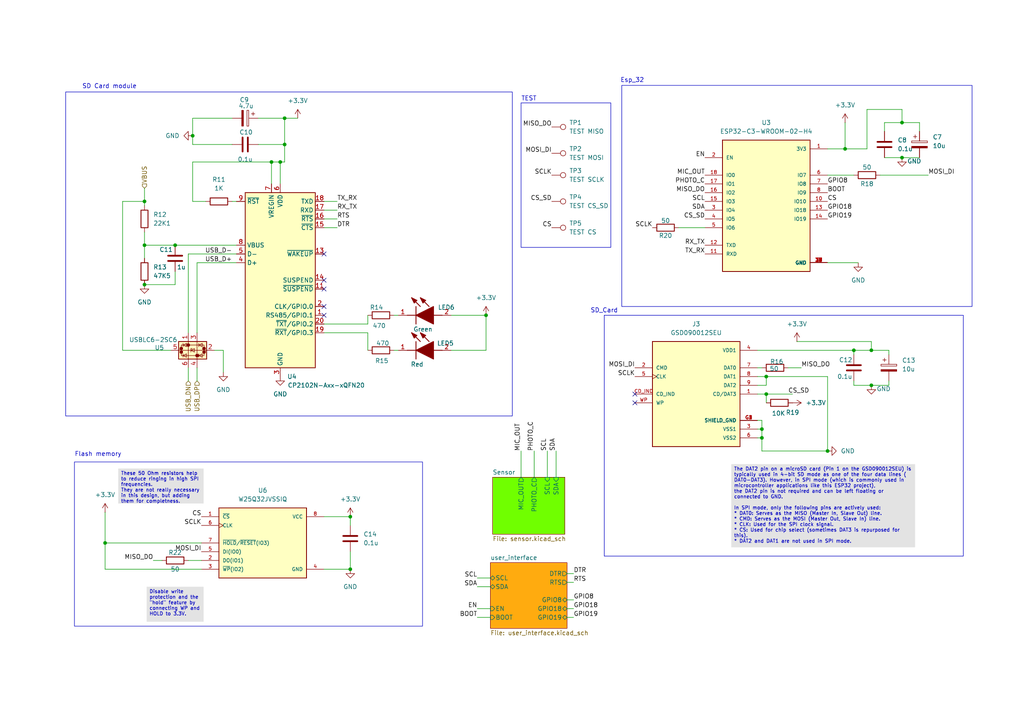
<source format=kicad_sch>
(kicad_sch (version 20250114) (generator "eeschema") (generator_version "9.0")
  (paper "A4")
  (title_block (title "ESP_32") (date "2025-09-20"))
  (lib_symbols
    (symbol "Connector:TestPoint" (pin_numbers (hide yes)) (pin_names (offset 0.762) (hide yes))
      (property "Reference" "TP" (at 0 6.858 0))
      (property "Value" "TestPoint" (at 0 5.08 0))
      (symbol "TestPoint_0_1"
        (circle (center 0 3.302) (radius 0.762))
      )
      (symbol "TestPoint_1_1"
        (pin passive line (at 0 0 90) (length 2.54) (name "1") (number "1"))
      )
    )
    (symbol "Device:C" (pin_numbers (hide yes)) (pin_names (offset 0.254))
      (property "Reference" "C" (at 0.635 2.54 0))
      (property "Value" "C" (at 0.635 -2.54 0))
      (symbol "C_0_1"
        (polyline (pts (xy -2.032 0.762) (xy 2.032 0.762)) (stroke (width 0.508)))
        (polyline (pts (xy -2.032 -0.762) (xy 2.032 -0.762)) (stroke (width 0.508)))
      )
      (symbol "C_1_1"
        (pin passive line (at 0 3.81 270) (length 2.794) (name "~") (number "1"))
        (pin passive line (at 0 -3.81 90) (length 2.794) (name "~") (number "2"))
      )
    )
    (symbol "Device:C_Polarized" (pin_numbers (hide yes)) (pin_names (offset 0.254))
      (property "Reference" "C" (at 0.635 2.54 0))
      (property "Value" "C_Polarized" (at 0.635 -2.54 0))
      (symbol "C_Polarized_0_1"
        (rectangle (start -2.286 0.508) (end 2.286 1.016))
        (polyline (pts (xy -1.778 2.286) (xy -0.762 2.286)))
        (polyline (pts (xy -1.27 2.794) (xy -1.27 1.778)))
        (rectangle (start 2.286 -0.508) (end -2.286 -1.016) (fill (type outline)))
      )
      (symbol "C_Polarized_1_1"
        (pin passive line (at 0 3.81 270) (length 2.794) (name "~") (number "1"))
        (pin passive line (at 0 -3.81 90) (length 2.794) (name "~") (number "2"))
      )
    )
    (symbol "Device:R" (pin_numbers (hide yes)) (pin_names (offset 0))
      (property "Reference" "R" (at 2.032 0 90))
      (property "Value" "R" (at 0 0 90))
      (symbol "R_0_1"
        (rectangle (start -1.016 -2.54) (end 1.016 2.54) (stroke (width 0.254)))
      )
      (symbol "R_1_1"
        (pin passive line (at 0 3.81 270) (length 1.27) (name "~") (number "1"))
        (pin passive line (at 0 -3.81 90) (length 1.27) (name "~") (number "2"))
      )
    )
    (symbol "ESP32-C3-WROOM-02-H4:ESP32-C3-WROOM-02-H4" (pin_names (offset 1.016))
      (property "Reference" "U" (at -12.7 21.082 0))
      (property "Value" "ESP32-C3-WROOM-02-H4" (at -12.7 -18.542 0))
      (symbol "ESP32-C3-WROOM-02-H4_0_0"
        (rectangle (start -12.7 -17.78) (end 12.7 20.32) (stroke (width 0.254)) (fill (type background)))
        (pin input line (at -17.78 15.24 0) (length 5.08) (name "EN") (number "2"))
        (pin bidirectional line (at -17.78 10.16 0) (length 5.08) (name "IO0") (number "18"))
        (pin bidirectional line (at -17.78 7.62 0) (length 5.08) (name "IO1") (number "17"))
        (pin bidirectional line (at -17.78 5.08 0) (length 5.08) (name "IO2") (number "16"))
        (pin bidirectional line (at -17.78 2.54 0) (length 5.08) (name "IO3") (number "15"))
        (pin bidirectional line (at -17.78 0 0) (length 5.08) (name "IO4") (number "3"))
        (pin bidirectional line (at -17.78 -2.54 0) (length 5.08) (name "IO5") (number "4"))
        (pin bidirectional line (at -17.78 -5.08 0) (length 5.08) (name "IO6") (number "5"))
        (pin bidirectional line (at -17.78 -10.16 0) (length 5.08) (name "TXD") (number "12"))
        (pin bidirectional line (at -17.78 -12.7 0) (length 5.08) (name "RXD") (number "11"))
        (pin power_in line (at 17.78 17.78 180) (length 5.08) (name "3V3") (number "1"))
        (pin bidirectional line (at 17.78 10.16 180) (length 5.08) (name "IO7") (number "6"))
        (pin bidirectional line (at 17.78 7.62 180) (length 5.08) (name "IO8") (number "7"))
        (pin bidirectional line (at 17.78 5.08 180) (length 5.08) (name "IO9") (number "8"))
        (pin bidirectional line (at 17.78 2.54 180) (length 5.08) (name "IO10") (number "10"))
        (pin bidirectional line (at 17.78 0 180) (length 5.08) (name "IO18") (number "13"))
        (pin bidirectional line (at 17.78 -2.54 180) (length 5.08) (name "IO19") (number "14"))
        (pin power_in line (at 17.78 -15.24 180) (length 5.08) (name "GND") (number "19"))
        (pin power_in line (at 17.78 -15.24 180) (length 5.08) (name "GND") (number "20"))
        (pin power_in line (at 17.78 -15.24 180) (length 5.08) (name "GND") (number "21"))
        (pin power_in line (at 17.78 -15.24 180) (length 5.08) (name "GND") (number "22"))
        (pin power_in line (at 17.78 -15.24 180) (length 5.08) (name "GND") (number "23"))
        (pin power_in line (at 17.78 -15.24 180) (length 5.08) (name "GND") (number "24"))
        (pin power_in line (at 17.78 -15.24 180) (length 5.08) (name "GND") (number "25"))
        (pin power_in line (at 17.78 -15.24 180) (length 5.08) (name "GND") (number "26"))
        (pin power_in line (at 17.78 -15.24 180) (length 5.08) (name "GND") (number "27"))
        (pin power_in line (at 17.78 -15.24 180) (length 5.08) (name "GND") (number "28"))
        (pin power_in line (at 17.78 -15.24 180) (length 5.08) (name "GND") (number "29"))
        (pin power_in line (at 17.78 -15.24 180) (length 5.08) (name "GND") (number "30"))
        (pin power_in line (at 17.78 -15.24 180) (length 5.08) (name "GND") (number "31"))
        (pin power_in line (at 17.78 -15.24 180) (length 5.08) (name "GND") (number "32"))
        (pin power_in line (at 17.78 -15.24 180) (length 5.08) (name "GND") (number "33"))
        (pin power_in line (at 17.78 -15.24 180) (length 5.08) (name "GND") (number "34"))
        (pin power_in line (at 17.78 -15.24 180) (length 5.08) (name "GND") (number "35"))
        (pin power_in line (at 17.78 -15.24 180) (length 5.08) (name "GND") (number "36"))
        (pin power_in line (at 17.78 -15.24 180) (length 5.08) (name "GND") (number "37"))
        (pin power_in line (at 17.78 -15.24 180) (length 5.08) (name "GND") (number "38"))
        (pin power_in line (at 17.78 -15.24 180) (length 5.08) (name "GND") (number "39"))
        (pin power_in line (at 17.78 -15.24 180) (length 5.08) (name "GND") (number "9"))
      )
    )
    (symbol "GSD090012SEU:GSD090012SEU" (pin_names (offset 1.016))
      (property "Reference" "J" (at -12.7 16.002 0))
      (property "Value" "GSD090012SEU" (at -12.7 -17.78 0))
      (symbol "GSD090012SEU_0_0"
        (rectangle (start -12.7 -15.24) (end 12.7 15.24) (stroke (width 0.254)) (fill (type background)))
        (pin bidirectional line (at -17.78 7.62 0) (length 5.08) (name "CMD") (number "2"))
        (pin bidirectional clock (at -17.78 5.08 0) (length 5.08) (name "CLK") (number "5"))
        (pin passive line (at -17.78 0 0) (length 5.08) (name "CD_IND") (number "CD_IND"))
        (pin passive line (at -17.78 -2.54 0) (length 5.08) (name "WP") (number "WP"))
        (pin power_in line (at 17.78 12.7 180) (length 5.08) (name "VDD1") (number "4"))
        (pin bidirectional line (at 17.78 7.62 180) (length 5.08) (name "DAT0") (number "7"))
        (pin bidirectional line (at 17.78 5.08 180) (length 5.08) (name "DAT1") (number "8"))
        (pin bidirectional line (at 17.78 2.54 180) (length 5.08) (name "DAT2") (number "9"))
        (pin bidirectional line (at 17.78 0 180) (length 5.08) (name "CD/DAT3") (number "1"))
        (pin power_in line (at 17.78 -7.62 180) (length 5.08) (name "SHIELD_GND") (number "G1"))
        (pin power_in line (at 17.78 -7.62 180) (length 5.08) (name "SHIELD_GND") (number "G2"))
        (pin power_in line (at 17.78 -7.62 180) (length 5.08) (name "SHIELD_GND") (number "G3"))
        (pin power_in line (at 17.78 -7.62 180) (length 5.08) (name "SHIELD_GND") (number "G4"))
        (pin power_in line (at 17.78 -10.16 180) (length 5.08) (name "VSS1") (number "3"))
        (pin power_in line (at 17.78 -12.7 180) (length 5.08) (name "VSS2") (number "6"))
      )
    )
    (symbol "Interface_USB:CP2102N-Axx-xQFN20"
      (property "Reference" "U" (at -8.89 26.67 0))
      (property "Value" "CP2102N-Axx-xQFN20" (at 12.7 26.67 0))
      (symbol "CP2102N-Axx-xQFN20_0_1"
        (rectangle (start -10.16 25.4) (end 10.16 -25.4) (stroke (width 0.254)) (fill (type background)))
      )
      (symbol "CP2102N-Axx-xQFN20_1_1"
        (pin input line (at -12.7 22.86 0) (length 2.54) (name "~{RST}") (number "9"))
        (pin input line (at -12.7 10.16 0) (length 2.54) (name "VBUS") (number "8"))
        (pin bidirectional line (at -12.7 7.62 0) (length 2.54) (name "D-") (number "5"))
        (pin bidirectional line (at -12.7 5.08 0) (length 2.54) (name "D+") (number "4"))
        (pin no_connect line (at -10.16 -22.86 0) (length 2.54) (hide yes) (name "NC") (number "10"))
        (pin power_in line (at -2.54 27.94 270) (length 2.54) (name "VREGIN") (number "7"))
        (pin power_in line (at 0 27.94 270) (length 2.54) (name "VDD") (number "6"))
        (pin passive line (at 0 -27.94 90) (length 2.54) (hide yes) (name "GND") (number "12"))
        (pin passive line (at 0 -27.94 90) (length 2.54) (hide yes) (name "GND") (number "21"))
        (pin power_in line (at 0 -27.94 90) (length 2.54) (name "GND") (number "3"))
        (pin output line (at 12.7 22.86 180) (length 2.54) (name "TXD") (number "18"))
        (pin input line (at 12.7 20.32 180) (length 2.54) (name "RXD") (number "17"))
        (pin output line (at 12.7 17.78 180) (length 2.54) (name "~{RTS}") (number "16"))
        (pin input line (at 12.7 15.24 180) (length 2.54) (name "~{CTS}") (number "15"))
        (pin input line (at 12.7 7.62 180) (length 2.54) (name "~{WAKEUP}") (number "13"))
        (pin output line (at 12.7 0 180) (length 2.54) (name "SUSPEND") (number "14"))
        (pin output line (at 12.7 -2.54 180) (length 2.54) (name "~{SUSPEND}") (number "11"))
        (pin bidirectional line (at 12.7 -7.62 180) (length 2.54) (name "CLK/GPIO.0") (number "2"))
        (pin bidirectional line (at 12.7 -10.16 180) (length 2.54) (name "RS485/GPIO.1") (number "1"))
        (pin bidirectional line (at 12.7 -12.7 180) (length 2.54) (name "~{TXT}/GPIO.2") (number "20"))
        (pin bidirectional line (at 12.7 -15.24 180) (length 2.54) (name "~{RXT}/GPIO.3") (number "19"))
      )
    )
    (symbol "LTST-C170GKT:LTST-C170GKT" (pin_names (hide yes))
      (property "Reference" "LED" (at 12.7 8.89 0))
      (property "Value" "LTST-C170GKT" (at 12.7 6.35 0))
      (symbol "LTST-C170GKT_1_1"
        (polyline (pts (xy 2.54 0) (xy 5.08 0)) (stroke (width 0.254)))
        (polyline (pts (xy 5.08 2.54) (xy 5.08 -2.54)) (stroke (width 0.254)))
        (polyline (pts (xy 5.08 0) (xy 10.16 2.54) (xy 10.16 -2.54) (xy 5.08 0)) (stroke (width 0.254)) (fill (type outline)))
        (polyline (pts (xy 5.334 4.318) (xy 4.572 3.556) (xy 3.81 5.08) (xy 5.334 4.318)) (stroke (width 0.254)) (fill (type outline)))
        (polyline (pts (xy 6.35 2.54) (xy 3.81 5.08)) (stroke (width 0.254)))
        (polyline (pts (xy 7.874 4.318) (xy 7.112 3.556) (xy 6.35 5.08) (xy 7.874 4.318)) (stroke (width 0.254)) (fill (type outline)))
        (polyline (pts (xy 8.89 2.54) (xy 6.35 5.08)) (stroke (width 0.254)))
        (polyline (pts (xy 10.16 0) (xy 12.7 0)) (stroke (width 0.254)))
        (pin passive line (at 0 0 0) (length 2.54) (name "K") (number "1"))
        (pin passive line (at 15.24 0 180) (length 2.54) (name "A") (number "2"))
      )
    )
    (symbol "LTST-C170KRKT:LTST-C170KRKT" (pin_names (hide yes))
      (property "Reference" "LED" (at 12.7 8.89 0))
      (property "Value" "LTST-C170KRKT" (at 12.7 6.35 0))
      (symbol "LTST-C170KRKT_1_1"
        (polyline (pts (xy 2.54 0) (xy 5.08 0)) (stroke (width 0.254)))
        (polyline (pts (xy 5.08 2.54) (xy 5.08 -2.54)) (stroke (width 0.254)))
        (polyline (pts (xy 5.08 0) (xy 10.16 2.54) (xy 10.16 -2.54) (xy 5.08 0)) (stroke (width 0.254)) (fill (type outline)))
        (polyline (pts (xy 5.334 4.318) (xy 4.572 3.556) (xy 3.81 5.08) (xy 5.334 4.318)) (stroke (width 0.254)) (fill (type outline)))
        (polyline (pts (xy 6.35 2.54) (xy 3.81 5.08)) (stroke (width 0.254)))
        (polyline (pts (xy 7.874 4.318) (xy 7.112 3.556) (xy 6.35 5.08) (xy 7.874 4.318)) (stroke (width 0.254)) (fill (type outline)))
        (polyline (pts (xy 8.89 2.54) (xy 6.35 5.08)) (stroke (width 0.254)))
        (polyline (pts (xy 10.16 0) (xy 12.7 0)) (stroke (width 0.254)))
        (pin passive line (at 0 0 0) (length 2.54) (name "K") (number "1"))
        (pin passive line (at 15.24 0 180) (length 2.54) (name "A") (number "2"))
      )
    )
    (symbol "Power_Protection:USBLC6-2SC6" (pin_names (hide yes))
      (property "Reference" "U" (at 0.635 5.715 0))
      (property "Value" "USBLC6-2SC6" (at 0.635 3.81 0))
      (symbol "USBLC6-2SC6_0_0"
        (circle (center -1.524 0) (radius 0.0001) (stroke (width 0.508)))
        (circle (center -0.508 2.032) (radius 0.0001) (stroke (width 0.508)))
        (circle (center -0.508 -4.572) (radius 0.0001) (stroke (width 0.508)))
        (circle (center 0.508 2.032) (radius 0.0001) (stroke (width 0.508)))
        (circle (center 0.508 -4.572) (radius 0.0001) (stroke (width 0.508)))
        (circle (center 1.524 -2.54) (radius 0.0001) (stroke (width 0.508)))
      )
      (symbol "USBLC6-2SC6_0_1"
        (polyline (pts (xy -2.54 0) (xy 2.54 0)))
        (polyline (pts (xy -2.54 -2.54) (xy 2.54 -2.54)))
        (polyline (pts (xy -2.032 0.508) (xy -1.016 0.508) (xy -1.524 1.524) (xy -2.032 0.508)))
        (polyline (pts (xy -2.032 -3.048) (xy -1.016 -3.048)))
        (polyline (pts (xy -1.016 1.524) (xy -2.032 1.524)))
        (polyline (pts (xy -1.016 -4.064) (xy -2.032 -4.064) (xy -1.524 -3.048) (xy -1.016 -4.064)))
        (polyline (pts (xy -0.508 -1.143) (xy -0.508 -0.762) (xy 0.508 -0.762)))
        (polyline (pts (xy 0 2.54) (xy -0.508 2.032) (xy 0.508 2.032) (xy 0 1.524) (xy 0 -4.064) (xy -0.508 -4.572) (xy 0.508 -4.572) (xy 0 -5.08)))
        (polyline (pts (xy 0.508 -1.778) (xy -0.508 -1.778) (xy 0 -0.762) (xy 0.508 -1.778)))
        (polyline (pts (xy 1.016 1.524) (xy 2.032 1.524)))
        (polyline (pts (xy 1.016 -3.048) (xy 2.032 -3.048)))
        (polyline (pts (xy 2.032 0.508) (xy 1.016 0.508) (xy 1.524 1.524) (xy 2.032 0.508)))
        (polyline (pts (xy 2.032 -4.064) (xy 1.016 -4.064) (xy 1.524 -3.048) (xy 2.032 -4.064)))
      )
      (symbol "USBLC6-2SC6_1_1"
        (rectangle (start -2.54 2.794) (end 2.54 -5.334) (stroke (width 0.254)) (fill (type background)))
        (polyline (pts (xy -0.508 2.032) (xy -1.524 2.032) (xy -1.524 -4.572) (xy -0.508 -4.572)))
        (polyline (pts (xy 0.508 -4.572) (xy 1.524 -4.572) (xy 1.524 2.032) (xy 0.508 2.032)))
        (pin passive line (at -5.08 0 0) (length 2.54) (name "I/O1") (number "1"))
        (pin passive line (at -5.08 -2.54 0) (length 2.54) (name "I/O2") (number "3"))
        (pin passive line (at 0 5.08 270) (length 2.54) (name "VBUS") (number "5"))
        (pin passive line (at 0 -7.62 90) (length 2.54) (name "GND") (number "2"))
        (pin passive line (at 5.08 0 180) (length 2.54) (name "I/O1") (number "6"))
        (pin passive line (at 5.08 -2.54 180) (length 2.54) (name "I/O2") (number "4"))
      )
    )
    (symbol "W25Q32JVSSIQ:W25Q32JVSSIQ" (pin_names (offset 1.016))
      (property "Reference" "U" (at -12.4723 10.945 0))
      (property "Value" "W25Q32JVSSIQ" (at -12.4744 -12.2198 0))
      (symbol "W25Q32JVSSIQ_0_0"
        (rectangle (start -12.7 -10.16) (end 12.7 10.16) (stroke (width 0.254)) (fill (type background)))
        (pin input line (at -17.78 7.62 0) (length 5.08) (name "~{CS}") (number "1"))
        (pin input clock (at -17.78 5.08 0) (length 5.08) (name "CLK") (number "6"))
        (pin bidirectional line (at -17.78 0 0) (length 5.08) (name "~{HOLD}/~{RESET}(IO3)") (number "7"))
        (pin bidirectional line (at -17.78 -2.54 0) (length 5.08) (name "DI(IO0)") (number "5"))
        (pin bidirectional line (at -17.78 -5.08 0) (length 5.08) (name "DO(IO1)") (number "2"))
        (pin bidirectional line (at -17.78 -7.62 0) (length 5.08) (name "~{WP}(IO2)") (number "3"))
        (pin power_in line (at 17.78 7.62 180) (length 5.08) (name "VCC") (number "8"))
        (pin power_in line (at 17.78 -7.62 180) (length 5.08) (name "GND") (number "4"))
      )
    )
    (symbol "power:+3.3V" (power) (pin_numbers (hide yes)) (pin_names (offset 0) (hide yes))
      (property "Value" "+3.3V" (at 0 3.556 0))
      (symbol "+3.3V_0_1"
        (polyline (pts (xy -0.762 1.27) (xy 0 2.54)))
        (polyline (pts (xy 0 2.54) (xy 0.762 1.27)))
        (polyline (pts (xy 0 0) (xy 0 2.54)))
      )
      (symbol "+3.3V_1_1"
        (pin power_in line (at 0 0 90) (length 0) (name "~") (number "1"))
      )
    )
    (symbol "power:GND" (power) (pin_numbers (hide yes)) (pin_names (offset 0) (hide yes))
      (property "Value" "GND" (at 0 -3.81 0))
      (symbol "GND_0_1"
        (polyline (pts (xy 0 0) (xy 0 -1.27) (xy 1.27 -1.27) (xy 0 -2.54) (xy -1.27 -1.27) (xy 0 -1.27)))
      )
      (symbol "GND_1_1"
        (pin power_in line (at 0 0 270) (length 0) (name "~") (number "1"))
      )
    )
  )
  (rectangle (start 151.13 29.845) (end 177.165 71.755))
  (rectangle (start 19.05 26.67) (end 148.59 120.65))
  (rectangle (start 175.26 91.44) (end 279.4 161.29))
  (rectangle (start 21.59 133.985) (end 122.555 181.61))
  (rectangle (start 180.34 24.765) (end 281.94 88.9))
  (text "SD Card module" (at 31.75 25.146 0) (effects (font (size 1.27 1.27))))
  (text "SD_Card" (at 175.26 90.17 0) (effects (font (size 1.27 1.27))))
  (text "Esp_32" (at 183.388 23.368 0) (effects (font (size 1.27 1.27))))
  (text "TEST" (at 153.416 28.702 0) (effects (font (size 1.27 1.27))))
  (text "Flash memory" (at 28.448 131.826 0) (effects (font (size 1.27 1.27))))
  (text_box "These 50 Ohm resistors help to reduce ringing in high SPI frequencies. \nThey are not really necessary in this design, but adding them for completness." (at 34.29 135.89 0) (size 24.765 10.16) (margins 0.7499 0.7499 0.7499 0.7499) (stroke (width -0.0001)) (fill (type color) (color 194 194 194 0.45)) (effects (font (size 1 1)) (justify left top)))
  (text_box "The DAT2 pin on a microSD card (Pin 1 on the GSD090012SEU) is \ntypically used in 4-bit SD mode as one of the four data lines (\nDAT0-DAT3). However, in SPI mode (which is commonly used in \nmicrocontroller applications like this ESP32 project), \nthe DAT2 pin is not required and can be left floating or \nconnected to GND. \n\nIn SPI mode, only the following pins are actively used:\n* DAT0: Serves as the MISO (Master In, Slave Out) line.\n* CMD: Serves as the MOSI (Master Out, Slave In) line.\n* CLK: Used for the SPI clock signal.\n* CS: Used for chip select (sometimes DAT3 is repurposed for this).\n* DAT2 and DAT1 are not used in SPI mode." (at 212.09 134.62 0) (size 53.34 24.13) (margins 0.7499 0.7499 0.7499 0.7499) (stroke (width -0.0001)) (fill (type color) (color 194 194 194 0.45)) (effects (font (size 1 1)) (justify left top)))
  (text_box "Disable write protection and the \"hold\" feature by connecting WP and HOLD to 3.3V." (at 42.545 170.18 0) (size 16.51 10.16) (margins 0.7499 0.7499 0.7499 0.7499) (stroke (width -0.0001)) (fill (type color) (color 194 194 194 0.45)) (effects (font (size 1 1)) (justify left top)))
  (junction (at 240.03 130.81))
  (junction (at 41.91 58.42))
  (junction (at 50.8 71.12))
  (junction (at 55.88 39.37))
  (junction (at 78.74 46.99))
  (junction (at 140.97 91.44))
  (junction (at 41.91 82.55))
  (junction (at 252.73 101.6))
  (junction (at 30.48 157.48))
  (junction (at 101.6 149.86))
  (junction (at 220.98 127))
  (junction (at 82.55 34.29))
  (junction (at 222.25 109.22))
  (junction (at 81.28 46.99))
  (junction (at 220.98 124.46))
  (junction (at 247.65 101.6))
  (junction (at 261.62 45.72))
  (junction (at 222.25 114.3))
  (junction (at 82.55 41.91))
  (junction (at 101.6 165.1))
  (junction (at 245.11 43.18))
  (junction (at 41.91 71.12))
  (junction (at 261.62 35.56))
  (junction (at 252.73 111.76))
  (no_connect (at 93.98 91.44))
  (no_connect (at 184.15 114.3))
  (no_connect (at 93.98 73.66))
  (no_connect (at 93.98 83.82))
  (no_connect (at 93.98 81.28))
  (no_connect (at 184.15 116.84))
  (no_connect (at 93.98 88.9))
  (wire (pts (xy 219.71 101.6) (xy 247.65 101.6)))
  (wire (pts (xy 142.24 179.07) (xy 138.43 179.07)))
  (wire (pts (xy 106.68 91.44) (xy 106.68 93.98)))
  (wire (pts (xy 41.91 67.31) (xy 41.91 71.12)))
  (wire (pts (xy 261.62 45.72) (xy 266.7 45.72)))
  (wire (pts (xy 93.98 60.96) (xy 97.79 60.96)))
  (wire (pts (xy 252.73 101.6) (xy 257.81 101.6)))
  (wire (pts (xy 81.28 46.99) (xy 82.55 46.99)))
  (wire (pts (xy 114.3 91.44) (xy 115.57 91.44)))
  (wire (pts (xy 50.8 78.74) (xy 50.8 82.55)))
  (wire (pts (xy 164.465 166.37) (xy 166.37 166.37)))
  (wire (pts (xy 93.98 63.5) (xy 97.79 63.5)))
  (wire (pts (xy 161.29 138.43) (xy 161.29 130.81)))
  (wire (pts (xy 78.74 46.99) (xy 78.74 53.34)))
  (wire (pts (xy 247.65 101.6) (xy 247.65 102.87)))
  (wire (pts (xy 220.98 127) (xy 220.98 130.81)))
  (wire (pts (xy 266.7 38.1) (xy 266.7 35.56)))
  (wire (pts (xy 55.88 39.37) (xy 55.88 41.91)))
  (wire (pts (xy 93.98 96.52) (xy 106.68 96.52)))
  (wire (pts (xy 158.75 138.43) (xy 158.75 130.81)))
  (wire (pts (xy 151.13 138.43) (xy 151.13 130.81)))
  (wire (pts (xy 138.43 170.18) (xy 142.24 170.18)))
  (wire (pts (xy 220.98 121.92) (xy 220.98 124.46)))
  (wire (pts (xy 35.56 58.42) (xy 41.91 58.42)))
  (wire (pts (xy 219.71 124.46) (xy 220.98 124.46)))
  (wire (pts (xy 130.81 101.6) (xy 140.97 101.6)))
  (wire (pts (xy 44.45 162.56) (xy 46.99 162.56)))
  (wire (pts (xy 82.55 34.29) (xy 86.36 34.29)))
  (wire (pts (xy 222.25 114.3) (xy 222.25 116.84)))
  (wire (pts (xy 247.65 111.76) (xy 247.65 110.49)))
  (wire (pts (xy 101.6 149.86) (xy 101.6 152.4)))
  (wire (pts (xy 93.98 149.86) (xy 101.6 149.86)))
  (wire (pts (xy 93.98 93.98) (xy 106.68 93.98)))
  (wire (pts (xy 256.54 38.1) (xy 256.54 35.56)))
  (wire (pts (xy 219.71 109.22) (xy 222.25 109.22)))
  (wire (pts (xy 261.62 31.75) (xy 251.46 31.75)))
  (wire (pts (xy 54.61 73.66) (xy 68.58 73.66)))
  (wire (pts (xy 219.71 127) (xy 220.98 127)))
  (wire (pts (xy 57.15 76.2) (xy 68.58 76.2)))
  (wire (pts (xy 67.31 34.29) (xy 55.88 34.29)))
  (wire (pts (xy 154.94 130.81) (xy 154.94 138.43)))
  (wire (pts (xy 50.8 71.12) (xy 41.91 71.12)))
  (wire (pts (xy 245.11 35.56) (xy 245.11 43.18)))
  (wire (pts (xy 261.62 35.56) (xy 266.7 35.56)))
  (wire (pts (xy 220.98 124.46) (xy 220.98 127)))
  (wire (pts (xy 114.3 101.6) (xy 115.57 101.6)))
  (wire (pts (xy 240.03 76.2) (xy 248.92 76.2)))
  (wire (pts (xy 222.25 109.22) (xy 240.03 109.22)))
  (wire (pts (xy 30.48 157.48) (xy 30.48 165.1)))
  (wire (pts (xy 219.71 114.3) (xy 222.25 114.3)))
  (wire (pts (xy 106.68 96.52) (xy 106.68 101.6)))
  (wire (pts (xy 196.85 66.04) (xy 204.47 66.04)))
  (wire (pts (xy 257.81 111.76) (xy 252.73 111.76)))
  (wire (pts (xy 140.97 101.6) (xy 140.97 91.44)))
  (wire (pts (xy 74.93 34.29) (xy 82.55 34.29)))
  (wire (pts (xy 93.98 66.04) (xy 97.79 66.04)))
  (wire (pts (xy 130.81 91.44) (xy 140.97 91.44)))
  (wire (pts (xy 55.88 34.29) (xy 55.88 39.37)))
  (wire (pts (xy 219.71 106.68) (xy 220.98 106.68)))
  (wire (pts (xy 57.15 96.52) (xy 57.15 76.2)))
  (wire (pts (xy 256.54 45.72) (xy 261.62 45.72)))
  (wire (pts (xy 58.42 157.48) (xy 30.48 157.48)))
  (wire (pts (xy 41.91 54.61) (xy 41.91 58.42)))
  (wire (pts (xy 82.55 41.91) (xy 82.55 46.99)))
  (wire (pts (xy 257.81 102.87) (xy 257.81 101.6)))
  (wire (pts (xy 247.65 111.76) (xy 252.73 111.76)))
  (wire (pts (xy 35.56 101.6) (xy 35.56 58.42)))
  (wire (pts (xy 55.88 46.99) (xy 78.74 46.99)))
  (wire (pts (xy 41.91 58.42) (xy 41.91 59.69)))
  (wire (pts (xy 164.465 179.07) (xy 166.37 179.07)))
  (wire (pts (xy 41.91 82.55) (xy 50.8 82.55)))
  (wire (pts (xy 220.98 130.81) (xy 240.03 130.81)))
  (wire (pts (xy 251.46 43.18) (xy 245.11 43.18)))
  (wire (pts (xy 164.465 173.99) (xy 166.37 173.99)))
  (wire (pts (xy 54.61 106.68) (xy 54.61 110.49)))
  (wire (pts (xy 41.91 71.12) (xy 41.91 74.93)))
  (wire (pts (xy 164.465 168.91) (xy 166.37 168.91)))
  (wire (pts (xy 252.73 99.06) (xy 252.73 101.6)))
  (wire (pts (xy 57.15 106.68) (xy 57.15 110.49)))
  (wire (pts (xy 138.43 167.64) (xy 142.24 167.64)))
  (wire (pts (xy 251.46 31.75) (xy 251.46 43.18)))
  (wire (pts (xy 67.31 58.42) (xy 68.58 58.42)))
  (wire (pts (xy 240.03 50.8) (xy 247.65 50.8)))
  (wire (pts (xy 78.74 46.99) (xy 81.28 46.99)))
  (wire (pts (xy 74.93 41.91) (xy 82.55 41.91)))
  (wire (pts (xy 261.62 35.56) (xy 261.62 31.75)))
  (wire (pts (xy 222.25 111.76) (xy 222.25 109.22)))
  (wire (pts (xy 93.98 58.42) (xy 97.79 58.42)))
  (wire (pts (xy 81.28 53.34) (xy 81.28 46.99)))
  (wire (pts (xy 58.42 165.1) (xy 30.48 165.1)))
  (wire (pts (xy 101.6 160.02) (xy 101.6 165.1)))
  (wire (pts (xy 64.77 101.6) (xy 64.77 107.95)))
  (wire (pts (xy 59.69 58.42) (xy 55.88 58.42)))
  (wire (pts (xy 93.98 165.1) (xy 101.6 165.1)))
  (wire (pts (xy 62.23 101.6) (xy 64.77 101.6)))
  (wire (pts (xy 219.71 111.76) (xy 222.25 111.76)))
  (wire (pts (xy 240.03 43.18) (xy 245.11 43.18)))
  (wire (pts (xy 257.81 110.49) (xy 257.81 111.76)))
  (wire (pts (xy 256.54 35.56) (xy 261.62 35.56)))
  (wire (pts (xy 50.8 71.12) (xy 68.58 71.12)))
  (wire (pts (xy 255.27 50.8) (xy 269.24 50.8)))
  (wire (pts (xy 138.43 176.53) (xy 142.24 176.53)))
  (wire (pts (xy 54.61 162.56) (xy 58.42 162.56)))
  (wire (pts (xy 231.14 99.06) (xy 252.73 99.06)))
  (wire (pts (xy 67.31 41.91) (xy 55.88 41.91)))
  (wire (pts (xy 164.465 176.53) (xy 166.37 176.53)))
  (wire (pts (xy 82.55 34.29) (xy 82.55 41.91)))
  (wire (pts (xy 219.71 121.92) (xy 220.98 121.92)))
  (wire (pts (xy 49.53 101.6) (xy 35.56 101.6)))
  (wire (pts (xy 247.65 101.6) (xy 252.73 101.6)))
  (wire (pts (xy 30.48 148.59) (xy 30.48 157.48)))
  (wire (pts (xy 240.03 109.22) (xy 240.03 130.81)))
  (wire (pts (xy 228.6 106.68) (xy 232.41 106.68)))
  (wire (pts (xy 222.25 114.3) (xy 229.87 114.3)))
  (wire (pts (xy 55.88 58.42) (xy 55.88 46.99)))
  (wire (pts (xy 54.61 96.52) (xy 54.61 73.66)))
  (label "MISO_DO" (at 160.02 36.83 180))
  (label "TX_RX" (at 204.47 73.66 180))
  (label "RTS" (at 166.37 168.91 0))
  (label "PHOTO_C" (at 154.94 130.81 90))
  (label "GPIO8" (at 240.03 53.34 0))
  (label "SCLK" (at 184.15 109.22 180))
  (label "GPIO19" (at 240.03 63.5 0))
  (label "SCLK" (at 189.23 66.04 180))
  (label "GPIO18" (at 166.37 176.53 0))
  (label "SCLK" (at 160.02 50.8 180))
  (label "RTS" (at 97.79 63.5 0))
  (label "SCL" (at 158.75 130.81 90))
  (label "MOSI_DI" (at 269.24 50.8 0))
  (label "GPIO19" (at 166.37 179.07 0))
  (label "GPIO18" (at 240.03 60.96 0))
  (label "MISO_DO" (at 232.41 106.68 0))
  (label "USB_D+" (at 67.31 76.2 180))
  (label "RX_TX" (at 204.47 71.12 180))
  (label "CS_SD" (at 204.47 63.5 180))
  (label "BOOT" (at 138.43 179.07 180))
  (label "MIC_OUT" (at 204.47 50.8 180))
  (label "TX_RX" (at 97.79 58.42 0))
  (label "CS" (at 58.42 149.86 180))
  (label "MOSI_DI" (at 184.15 106.68 180))
  (label "EN" (at 204.47 45.72 180))
  (label "PHOTO_C" (at 204.47 53.34 180))
  (label "CS" (at 160.02 66.04 180))
  (label "CS_SD" (at 160.02 58.42 180))
  (label "SCLK" (at 58.42 152.4 180))
  (label "EN" (at 138.43 176.53 180))
  (label "DTR" (at 166.37 166.37 0))
  (label "MISO_DO" (at 204.47 55.88 180))
  (label "SDA" (at 161.29 130.81 90))
  (label "CS" (at 240.03 58.42 0))
  (label "DTR" (at 97.79 66.04 0))
  (label "GPIO8" (at 166.37 173.99 0))
  (label "SDA" (at 204.47 60.96 180))
  (label "MIC_OUT" (at 151.13 130.81 90))
  (label "MOSI_DI" (at 58.42 160.02 180))
  (label "MOSI_DI" (at 160.02 44.45 180))
  (label "SDA" (at 138.43 170.18 180))
  (label "BOOT" (at 240.03 55.88 0))
  (label "SCL" (at 204.47 58.42 180))
  (label "USB_D-" (at 67.31 73.66 180))
  (label "MISO_DO" (at 44.45 162.56 180))
  (label "CS_SD" (at 228.6 114.3 0))
  (label "SCL" (at 138.43 167.64 180))
  (label "RX_TX" (at 97.79 60.96 0))
  (hierarchical_label "VBUS" (shape input) (at 41.91 54.61 90))
  (hierarchical_label "USB_DN" (shape input) (at 54.61 110.49 270))
  (hierarchical_label "USB_DP" (shape input) (at 57.15 110.49 270))
  (symbol (lib_id "power:GND") (at 248.92 76.2 0) (unit 1)
    (property "Reference" "#PWR024" (effects (hide yes)))
    (property "Value" "GND" (at 248.92 81.28 0))
    (property "Description" "Power symbol creates a global label with name \"GND\" , ground" (effects (hide yes)))
  )
  (symbol (lib_id "Connector:TestPoint") (at 160.02 58.42 270) (unit 1)
    (property "Reference" "TP4" (at 165.1 57.1499 90) (effects (justify left)))
    (property "Value" "TEST CS_SD" (at 165.1 59.6899 90) (effects (justify left)))
    (property "Footprint" "TestPoint:TestPoint_Pad_D1.0mm" (effects (hide yes)))
    (property "Description" "test point" (effects (hide yes)))
  )
  (symbol (lib_id "power:GND") (at 240.03 130.81 90) (unit 1)
    (property "Reference" "#PWR029" (effects (hide yes)))
    (property "Value" "GND" (at 243.84 130.8099 90) (effects (justify right)))
    (property "Description" "Power symbol creates a global label with name \"GND\" , ground" (effects (hide yes)))
  )
  (symbol (lib_id "Device:R") (at 110.49 91.44 90) (unit 1)
    (property "Reference" "R14" (at 109.22 89.154 90))
    (property "Value" "470" (at 109.982 94.488 90))
    (property "Footprint" "Resistor_SMD:R_0805_2012Metric" (effects (hide yes)))
    (property "Description" "Resistor" (effects (hide yes)))
  )
  (symbol (lib_id "power:GND") (at 41.91 82.55 0) (unit 1)
    (property "Reference" "#PWR019" (effects (hide yes)))
    (property "Value" "GND" (at 41.91 87.63 0))
    (property "Description" "Power symbol creates a global label with name \"GND\" , ground" (effects (hide yes)))
  )
  (symbol (lib_id "Connector:TestPoint") (at 160.02 44.45 270) (unit 1)
    (property "Reference" "TP2" (at 165.1 43.1799 90) (effects (justify left)))
    (property "Value" "TEST MOSI" (at 165.1 45.7199 90) (effects (justify left)))
    (property "Footprint" "TestPoint:TestPoint_Pad_D1.0mm" (effects (hide yes)))
    (property "Description" "test point" (effects (hide yes)))
  )
  (symbol (lib_id "power:+3.3V") (at 245.11 35.56 0) (unit 1)
    (property "Reference" "#PWR025" (effects (hide yes)))
    (property "Value" "+3.3V" (at 245.11 30.48 0))
    (property "Description" "Power symbol creates a global label with name \"+3.3V\"" (effects (hide yes)))
  )
  (symbol (lib_id "Interface_USB:CP2102N-Axx-xQFN20") (at 81.28 81.28 0) (unit 1)
    (property "Reference" "U4" (at 83.312 109.22 0) (effects (justify left)))
    (property "Value" "CP2102N-Axx-xQFN20" (at 83.4233 111.76 0) (effects (justify left)))
    (property "Footprint" "Package_DFN_QFN:SiliconLabs_QFN-20-1EP_3x3mm_P0.5mm_EP1.8x1.8mm" (effects (hide yes)))
    (property "Datasheet" "https://www.silabs.com/documents/public/data-sheets/cp2102n-datasheet.pdf" (effects (hide yes)))
    (property "Description" "USB to UART master bridge, QFN-20" (effects (hide yes)))
  )
  (symbol (lib_id "Device:C_Polarized") (at 266.7 41.91 0) (unit 1)
    (property "Reference" "C7" (at 270.51 39.7509 0) (effects (justify left)))
    (property "Value" "10u" (at 270.51 42.2909 0) (effects (justify left)))
    (property "Footprint" "Footprints:T491A" (effects (hide yes)))
    (property "Description" "Polarized capacitor" (effects (hide yes)))
  )
  (symbol (lib_id "power:+3.3V") (at 140.97 91.44 0) (unit 1)
    (property "Reference" "#PWR023" (effects (hide yes)))
    (property "Value" "+3.3V" (at 140.97 86.36 0))
    (property "Description" "Power symbol creates a global label with name \"+3.3V\"" (effects (hide yes)))
  )
  (symbol (lib_id "power:GND") (at 81.28 109.22 0) (unit 1)
    (property "Reference" "#PWR056" (effects (hide yes)))
    (property "Value" "GND" (at 81.28 114.3 0))
    (property "Description" "Power symbol creates a global label with name \"GND\" , ground" (effects (hide yes)))
  )
  (symbol (lib_id "Connector:TestPoint") (at 160.02 36.83 270) (unit 1)
    (property "Reference" "TP1" (at 165.1 35.5599 90) (effects (justify left)))
    (property "Value" "TEST MISO" (at 165.1 38.0999 90) (effects (justify left)))
    (property "Footprint" "TestPoint:TestPoint_Pad_D1.0mm" (effects (hide yes)))
    (property "Description" "test point" (effects (hide yes)))
  )
  (symbol (lib_id "power:+3.3V") (at 229.87 116.84 270) (unit 1)
    (property "Reference" "#PWR027" (effects (hide yes)))
    (property "Value" "+3.3V" (at 233.68 116.8399 90) (effects (justify left)))
    (property "Description" "Power symbol creates a global label with name \"+3.3V\"" (effects (hide yes)))
  )
  (symbol (lib_id "Device:C") (at 50.8 74.93 0) (unit 1)
    (property "Reference" "C11" (at 46.228 72.39 0) (effects (justify left)))
    (property "Value" "1u" (at 51.308 77.47 0) (effects (justify left)))
    (property "Footprint" "Capacitor_SMD:C_0805_2012Metric" (effects (hide yes)))
    (property "Description" "Unpolarized capacitor" (effects (hide yes)))
  )
  (symbol (lib_id "Device:C") (at 247.65 106.68 0) (unit 1)
    (property "Reference" "C12" (at 243.332 104.394 0) (effects (justify left)))
    (property "Value" "0.1u" (at 242.824 109.22 0) (effects (justify left)))
    (property "Footprint" "Capacitor_SMD:C_0805_2012Metric" (effects (hide yes)))
    (property "Description" "Unpolarized capacitor" (effects (hide yes)))
  )
  (symbol (lib_id "Device:R") (at 110.49 101.6 90) (unit 1)
    (property "Reference" "R15" (at 110.744 104.648 90))
    (property "Value" "470" (at 110.998 99.568 90))
    (property "Footprint" "Resistor_SMD:R_0805_2012Metric" (effects (hide yes)))
    (property "Description" "Resistor" (effects (hide yes)))
  )
  (symbol (lib_id "power:GND") (at 64.77 107.95 0) (unit 1)
    (property "Reference" "#PWR020" (effects (hide yes)))
    (property "Value" "GND" (at 64.77 113.03 0))
    (property "Description" "Power symbol creates a global label with name \"GND\" , ground" (effects (hide yes)))
  )
  (symbol (lib_id "W25Q32JVSSIQ:W25Q32JVSSIQ") (at 76.2 157.48 0) (unit 1)
    (property "Reference" "U6" (at 76.2 142.24 0))
    (property "Value" "W25Q32JVSSIQ" (at 76.2 144.78 0))
    (property "Footprint" "Footprints:SOIC127P790X216-8N" (effects (hide yes)))
    (property "MF" "Winbond" (effects (hide yes)))
    (property "Description_1" "FLASH - NOR Memory IC 32Mb (4M x 8) SPI - Quad I/O 133 MHz 8-SOIC" (effects (hide yes)))
    (property "Package" "SOIC-8 Winbond" (effects (hide yes)))
    (property "Price" "None" (effects (hide yes)))
    (property "SnapEDA_Link" "https://www.snapeda.com/parts/W25Q32JVSSIQ/Winbond+Electronics/view-part/?ref=snap" (effects (hide yes)))
    (property "MP" "W25Q32JVSSIQ" (effects (hide yes)))
    (property "M_PART_NUMBER" "W25QXX" (effects (hide yes)))
    (property "Availability" "In Stock" (effects (hide yes)))
    (property "Check_prices" "https://www.snapeda.com/parts/W25Q32JVSSIQ/Winbond+Electronics/view-part/?ref=eda" (effects (hide yes)))
  )
  (symbol (lib_id "power:+3.3V") (at 231.14 99.06 0) (unit 1)
    (property "Reference" "#PWR031" (effects (hide yes)))
    (property "Value" "+3.3V" (at 231.14 93.98 0))
    (property "Description" "Power symbol creates a global label with name \"+3.3V\"" (effects (hide yes)))
  )
  (symbol (lib_id "Device:C") (at 256.54 41.91 0) (unit 1)
    (property "Reference" "C8" (at 260.35 40.6399 0) (effects (justify left)))
    (property "Value" "0.1u" (at 260.35 43.1799 0) (effects (justify left)))
    (property "Footprint" "Capacitor_SMD:C_0805_2012Metric" (effects (hide yes)))
    (property "Description" "Unpolarized capacitor" (effects (hide yes)))
  )
  (symbol (lib_id "LTST-C170GKT:LTST-C170GKT") (at 115.57 91.44 0) (unit 1)
    (property "Reference" "LED6" (at 127 89.154 0) (effects (justify left)))
    (property "Value" "Green" (at 119.888 95.504 0) (effects (justify left)))
    (property "Footprint" "Footprints:LEDC2012X120N" (effects (hide yes)))
    (property "Datasheet" "https://mm.digikey.com/Volume0/opasdata/d220001/medias/docus/895/LTST-C170GKT.pdf" (effects (hide yes)))
    (property "Description" "LED,SMD,0805,Green,6mcd,130deg Lite-On LTST-C170GKT, CHIPLED 0805 Series Green LED, 569 nm 2012 (0805), Rectangle Lens SMD package" (effects (hide yes)))
    (property "Height" "1.2" (effects (hide yes)))
    (property "Manufacturer_Name" "Lite-On" (effects (hide yes)))
    (property "Manufacturer_Part_Number" "LTST-C170GKT" (effects (hide yes)))
    (property "Mouser Part Number" "859-LTST-C170GKT" (effects (hide yes)))
    (property "Mouser Price/Stock" "https://www.mouser.co.uk/ProductDetail/Lite-On/LTST-C170GKT?qs=%2FSqKn2EfXQSV5aRij3YIfQ%3D%3D" (effects (hide yes)))
    (property "Arrow Part Number" "LTST-C170GKT" (effects (hide yes)))
    (property "Arrow Price/Stock" "https://www.arrow.com/en/products/ltst-c170gkt/lite-on-technology?utm_currency=USD&region=nac" (effects (hide yes)))
  )
  (symbol (lib_id "Device:R") (at 50.8 162.56 90) (unit 1)
    (property "Reference" "R22" (at 50.8 160.274 90))
    (property "Value" "50" (at 50.8 165.1 90))
    (property "Footprint" "Resistor_SMD:R_0805_2012Metric" (effects (hide yes)))
    (property "Description" "Resistor" (effects (hide yes)))
  )
  (symbol (lib_id "power:+3.3V") (at 86.36 34.29 0) (unit 1)
    (property "Reference" "#PWR022" (effects (hide yes)))
    (property "Value" "+3.3V" (at 86.36 29.21 0))
    (property "Description" "Power symbol creates a global label with name \"+3.3V\"" (effects (hide yes)))
  )
  (symbol (lib_id "power:GND") (at 55.88 39.37 270) (unit 1)
    (property "Reference" "#PWR021" (effects (hide yes)))
    (property "Value" "GND" (at 52.07 39.3699 90) (effects (justify right)))
    (property "Description" "Power symbol creates a global label with name \"GND\" , ground" (effects (hide yes)))
  )
  (symbol (lib_id "GSD090012SEU:GSD090012SEU") (at 201.93 114.3 0) (unit 1)
    (property "Reference" "J3" (at 201.93 93.98 0))
    (property "Value" "GSD090012SEU" (at 201.93 96.52 0))
    (property "Footprint" "Footprints:AMPHENOL_GSD090012SEU" (effects (hide yes)))
    (property "MF" "Amphenol" (effects (hide yes)))
    (property "MAXIMUM_PACKAGE_HEIGHT" "2.95mm" (effects (hide yes)))
    (property "Package" "None" (effects (hide yes)))
    (property "Price" "None" (effects (hide yes)))
    (property "Check_prices" "https://www.snapeda.com/parts/GSD090012SEU/Amphenol/view-part/?ref=eda" (effects (hide yes)))
    (property "STANDARD" "Manufacturer Recommendations" (effects (hide yes)))
    (property "PARTREV" "E" (effects (hide yes)))
    (property "SnapEDA_Link" "https://www.snapeda.com/parts/GSD090012SEU/Amphenol/view-part/?ref=snap" (effects (hide yes)))
    (property "MP" "GSD090012SEU" (effects (hide yes)))
    (property "Description_1" "Micro SD and SD Card Sockets, Input Output Connectors, SD Socket,9 Position,SMT" (effects (hide yes)))
    (property "Availability" "In Stock" (effects (hide yes)))
    (property "MANUFACTURER" "Amphenol" (effects (hide yes)))
  )
  (symbol (lib_id "Connector:TestPoint") (at 160.02 66.04 270) (unit 1)
    (property "Reference" "TP5" (at 165.1 64.7699 90) (effects (justify left)))
    (property "Value" "TEST CS" (at 165.1 67.3099 90) (effects (justify left)))
    (property "Footprint" "TestPoint:TestPoint_Pad_D1.0mm" (effects (hide yes)))
    (property "Description" "test point" (effects (hide yes)))
  )
  (symbol (lib_id "Device:R") (at 193.04 66.04 90) (unit 1)
    (property "Reference" "R20" (at 193.04 68.326 90))
    (property "Value" "50" (at 193.04 64.008 90))
    (property "Footprint" "Resistor_SMD:R_0805_2012Metric" (effects (hide yes)))
    (property "Description" "Resistor" (effects (hide yes)))
  )
  (symbol (lib_id "LTST-C170KRKT:LTST-C170KRKT") (at 115.57 101.6 0) (unit 1)
    (property "Reference" "LED5" (at 126.746 99.568 0) (effects (justify left)))
    (property "Value" "Red" (at 119.126 105.664 0) (effects (justify left)))
    (property "Footprint" "Footprints:LEDC2012X120N" (effects (hide yes)))
    (property "Datasheet" "https://componentsearchengine.com/Datasheets/1/LTST-C170KRKT.pdf" (effects (hide yes)))
    (property "Description" "Standard LEDs - SMD Red Clear 631nm" (effects (hide yes)))
    (property "Height" "1.2" (effects (hide yes)))
    (property "Manufacturer_Name" "Lite-On" (effects (hide yes)))
    (property "Manufacturer_Part_Number" "LTST-C170KRKT" (effects (hide yes)))
    (property "Mouser Part Number" "859-LTST-C170KRKT" (effects (hide yes)))
    (property "Mouser Price/Stock" "https://www.mouser.co.uk/ProductDetail/Lite-On/LTST-C170KRKT?qs=NUb82WqeCyrVOID%2Fxt4rgA%3D%3D" (effects (hide yes)))
    (property "Arrow Part Number" "LTST-C170KRKT" (effects (hide yes)))
    (property "Arrow Price/Stock" "https://www.arrow.com/en/products/ltst-c170krkt/lite-on-technology?utm_currency=USD&region=nac" (effects (hide yes)))
  )
  (symbol (lib_id "power:GND") (at 101.6 165.1 0) (unit 1)
    (property "Reference" "#PWR033" (effects (hide yes)))
    (property "Value" "GND" (at 101.6 170.18 0))
    (property "Description" "Power symbol creates a global label with name \"GND\" , ground" (effects (hide yes)))
  )
  (symbol (lib_id "power:GND") (at 261.62 45.72 0) (unit 1)
    (property "Reference" "#PWR026" (effects (hide yes)))
    (property "Value" "GND" (at 265.176 46.736 0))
    (property "Description" "Power symbol creates a global label with name \"GND\" , ground" (effects (hide yes)))
  )
  (symbol (lib_id "Power_Protection:USBLC6-2SC6") (at 54.61 101.6 90) (mirror x) (unit 1)
    (property "Reference" "U5" (at 46.228 100.838 90))
    (property "Value" "USBLC6-2SC6" (at 44.45 98.552 90))
    (property "Footprint" "Package_TO_SOT_SMD:SOT-23-6" (effects (hide yes)))
    (property "Datasheet" "https://www.st.com/resource/en/datasheet/usblc6-2.pdf" (effects (hide yes)))
    (property "Description" "Very low capacitance ESD protection diode, 2 data-line, SOT-23-6" (effects (hide yes)))
  )
  (symbol (lib_id "Device:C_Polarized") (at 71.12 34.29 270) (unit 1)
    (property "Reference" "C9" (at 70.866 28.956 90))
    (property "Value" "4.7u" (at 71.374 30.734 90))
    (property "Footprint" "Footprints:T491A" (effects (hide yes)))
    (property "Description" "Polarized capacitor" (effects (hide yes)))
  )
  (symbol (lib_id "Device:C") (at 101.6 156.21 0) (unit 1)
    (property "Reference" "C14" (at 105.41 154.9399 0) (effects (justify left)))
    (property "Value" "0.1u" (at 105.41 157.4799 0) (effects (justify left)))
    (property "Footprint" "Capacitor_SMD:C_0805_2012Metric" (effects (hide yes)))
    (property "Description" "Unpolarized capacitor" (effects (hide yes)))
  )
  (symbol (lib_id "Device:R") (at 251.46 50.8 90) (unit 1)
    (property "Reference" "R18" (at 251.46 53.34 90))
    (property "Value" "50" (at 251.46 48.514 90))
    (property "Footprint" "Resistor_SMD:R_0805_2012Metric" (effects (hide yes)))
    (property "Description" "Resistor" (effects (hide yes)))
  )
  (symbol (lib_id "Device:R") (at 226.06 116.84 90) (unit 1)
    (property "Reference" "R19" (at 229.87 119.634 90))
    (property "Value" "10K" (at 225.806 119.888 90))
    (property "Footprint" "Resistor_SMD:R_0805_2012Metric" (effects (hide yes)))
    (property "Description" "Resistor" (effects (hide yes)))
  )
  (symbol (lib_id "Device:C") (at 71.12 41.91 90) (unit 1)
    (property "Reference" "C10" (at 71.374 38.354 90))
    (property "Value" "0.1u" (at 71.12 46.228 90))
    (property "Footprint" "Capacitor_SMD:C_0805_2012Metric" (effects (hide yes)))
    (property "Description" "Unpolarized capacitor" (effects (hide yes)))
  )
  (symbol (lib_id "Device:C_Polarized") (at 257.81 106.68 0) (unit 1)
    (property "Reference" "C13" (at 261.62 104.5209 0) (effects (justify left)))
    (property "Value" "10u" (at 261.62 107.0609 0) (effects (justify left)))
    (property "Footprint" "Footprints:T491A" (effects (hide yes)))
    (property "Description" "Polarized capacitor" (effects (hide yes)))
  )
  (symbol (lib_id "Device:R") (at 63.5 58.42 90) (unit 1)
    (property "Reference" "R11" (at 63.5 52.07 90))
    (property "Value" "1K" (at 63.5 54.61 90))
    (property "Footprint" "Resistor_SMD:R_0805_2012Metric" (effects (hide yes)))
    (property "Description" "Resistor" (effects (hide yes)))
  )
  (symbol (lib_id "power:+3.3V") (at 101.6 149.86 0) (unit 1)
    (property "Reference" "#PWR034" (effects (hide yes)))
    (property "Value" "+3.3V" (at 101.6 144.78 0))
    (property "Description" "Power symbol creates a global label with name \"+3.3V\"" (effects (hide yes)))
  )
  (symbol (lib_id "Device:R") (at 41.91 78.74 0) (unit 1)
    (property "Reference" "R13" (at 44.45 77.4699 0) (effects (justify left)))
    (property "Value" "47K5" (at 44.45 80.0099 0) (effects (justify left)))
    (property "Footprint" "Resistor_SMD:R_0805_2012Metric" (effects (hide yes)))
    (property "Description" "Resistor" (effects (hide yes)))
  )
  (symbol (lib_id "Device:R") (at 224.79 106.68 90) (unit 1)
    (property "Reference" "R16" (at 225.298 104.902 90))
    (property "Value" "50" (at 224.536 106.934 90))
    (property "Footprint" "Resistor_SMD:R_0805_2012Metric" (effects (hide yes)))
    (property "Description" "Resistor" (effects (hide yes)))
  )
  (symbol (lib_id "Connector:TestPoint") (at 160.02 50.8 270) (unit 1)
    (property "Reference" "TP3" (at 165.1 49.5299 90) (effects (justify left)))
    (property "Value" "TEST SCLK" (at 165.1 52.0699 90) (effects (justify left)))
    (property "Footprint" "TestPoint:TestPoint_Pad_D1.0mm" (effects (hide yes)))
    (property "Description" "test point" (effects (hide yes)))
  )
  (symbol (lib_id "Device:R") (at 41.91 63.5 0) (unit 1)
    (property "Reference" "R12" (at 44.45 62.2299 0) (effects (justify left)))
    (property "Value" "22K1" (at 44.45 64.7699 0) (effects (justify left)))
    (property "Footprint" "Resistor_SMD:R_0805_2012Metric" (effects (hide yes)))
    (property "Description" "Resistor" (effects (hide yes)))
  )
  (symbol (lib_id "power:GND") (at 252.73 111.76 0) (unit 1)
    (property "Reference" "#PWR030" (effects (hide yes)))
    (property "Value" "GND" (at 256.286 112.776 0))
    (property "Description" "Power symbol creates a global label with name \"GND\" , ground" (effects (hide yes)))
  )
  (symbol (lib_id "ESP32-C3-WROOM-02-H4:ESP32-C3-WROOM-02-H4") (at 222.25 60.96 0) (unit 1)
    (property "Reference" "U3" (at 222.25 35.56 0))
    (property "Value" "ESP32-C3-WROOM-02-H4" (at 222.25 38.1 0))
    (property "Footprint" "Footprints:MODULE_ESP32-C3-WROOM-02-H4" (effects (hide yes)))
    (property "MF" "Espressif Systems" (effects (hide yes)))
    (property "Description_1" "WiFi Modules (802.11) (Engineering Samples) SMD module, ESP32-C3, 4MB SPI flash, PCB antenna, -40 C +105 C" (effects (hide yes)))
    (property "Package" "Package" (effects (hide yes)))
    (property "Price" "None" (effects (hide yes)))
    (property "Check_prices" "https://www.snapeda.com/parts/ESP32-C3-WROOM-02-H4/Espressif+Systems/view-part/?ref=eda" (effects (hide yes)))
    (property "SnapEDA_Link" "https://www.snapeda.com/parts/ESP32-C3-WROOM-02-H4/Espressif+Systems/view-part/?ref=snap" (effects (hide yes)))
    (property "MP" "ESP32-C3-WROOM-02-H4" (effects (hide yes)))
    (property "Availability" "In Stock" (effects (hide yes)))
    (property "Purchase-URL" "https://pricing.snapeda.com/search/part/ESP32-C3-WROOM-02-H4/?ref=eda" (effects (hide yes)))
  )
  (symbol (lib_id "power:+3.3V") (at 30.48 148.59 0) (unit 1)
    (property "Reference" "#PWR032" (effects (hide yes)))
    (property "Value" "+3.3V" (at 30.48 143.51 0))
    (property "Description" "Power symbol creates a global label with name \"+3.3V\"" (effects (hide yes)))
  )
  (sheet (at 142.875 138.43) (size 20.955 16.51) (stroke (width 0.1524)) (fill (color 112 255 0 1.0000))
    (property "Sheetname" "Sensor" (at 142.875 137.7184 0) (effects (justify left bottom)))
    (property "Sheetfile" "sensor.kicad_sch" (at 142.875 155.5246 0) (effects (justify left top)))
    (pin "MIC_OUT" output (at 151.13 138.43 90))
    (pin "PHOTO_C" output (at 154.94 138.43 90))
    (pin "SCL" input (at 158.75 138.43 90))
    (pin "SDA" input (at 161.29 138.43 90))
  )
  (sheet (at 142.24 163.195) (size 22.225 19.05) (stroke (width 0.1524)) (fill (color 255 171 15 1.0000))
    (property "Sheetname" "user_interface" (at 142.24 162.4834 0) (effects (justify left bottom)))
    (property "Sheetfile" "user_interface.kicad_sch" (at 142.24 182.8296 0) (effects (justify left top)))
    (pin "BOOT" input (at 142.24 179.07 180))
    (pin "EN" input (at 142.24 176.53 180))
    (pin "GPIO8" bidirectional (at 164.465 173.99 0))
    (pin "GPIO18" bidirectional (at 164.465 176.53 0))
    (pin "GPIO19" bidirectional (at 164.465 179.07 0))
    (pin "SCL" bidirectional (at 142.24 167.64 180))
    (pin "DTR" output (at 164.465 166.37 0))
    (pin "RTS" output (at 164.465 168.91 0))
    (pin "SDA" bidirectional (at 142.24 170.18 180))
  )
)
</source>
